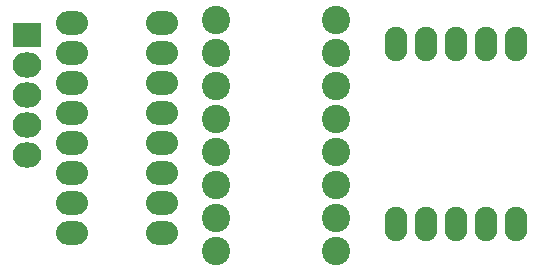
<source format=gbs>
G04 #@! TF.FileFunction,Soldermask,Bot*
%FSLAX46Y46*%
G04 Gerber Fmt 4.6, Leading zero omitted, Abs format (unit mm)*
G04 Created by KiCad (PCBNEW (2015-11-17 BZR 6321)-product) date Tue 01 Dec 2015 04:11:32 PM PST*
%MOMM*%
G01*
G04 APERTURE LIST*
%ADD10C,0.100000*%
%ADD11R,2.432000X2.127200*%
%ADD12O,2.432000X2.127200*%
%ADD13C,2.398980*%
%ADD14O,1.924000X2.924000*%
%ADD15O,2.700000X2.000000*%
G04 APERTURE END LIST*
D10*
D11*
X155448000Y-117348000D03*
D12*
X155448000Y-119888000D03*
X155448000Y-122428000D03*
X155448000Y-124968000D03*
X155448000Y-127508000D03*
D13*
X181610000Y-135636000D03*
X171450000Y-135636000D03*
X181610000Y-132842000D03*
X171450000Y-132842000D03*
X181610000Y-130048000D03*
X171450000Y-130048000D03*
X181610000Y-127254000D03*
X171450000Y-127254000D03*
X181610000Y-124460000D03*
X171450000Y-124460000D03*
X181610000Y-121666000D03*
X171450000Y-121666000D03*
X181610000Y-118872000D03*
X171450000Y-118872000D03*
X181610000Y-116078000D03*
X171450000Y-116078000D03*
D14*
X186690000Y-133350000D03*
X189230000Y-133350000D03*
X191770000Y-133350000D03*
X194310000Y-133350000D03*
X196850000Y-133350000D03*
X196850000Y-118110000D03*
X194310000Y-118110000D03*
X191770000Y-118110000D03*
X189230000Y-118110000D03*
X186690000Y-118110000D03*
D15*
X166878000Y-134112000D03*
X166878000Y-131572000D03*
X166878000Y-129032000D03*
X166878000Y-126492000D03*
X166878000Y-123952000D03*
X166878000Y-121412000D03*
X166878000Y-118872000D03*
X166878000Y-116332000D03*
X159258000Y-116332000D03*
X159258000Y-118872000D03*
X159258000Y-121412000D03*
X159258000Y-123952000D03*
X159258000Y-126492000D03*
X159258000Y-129032000D03*
X159258000Y-131572000D03*
X159258000Y-134112000D03*
M02*

</source>
